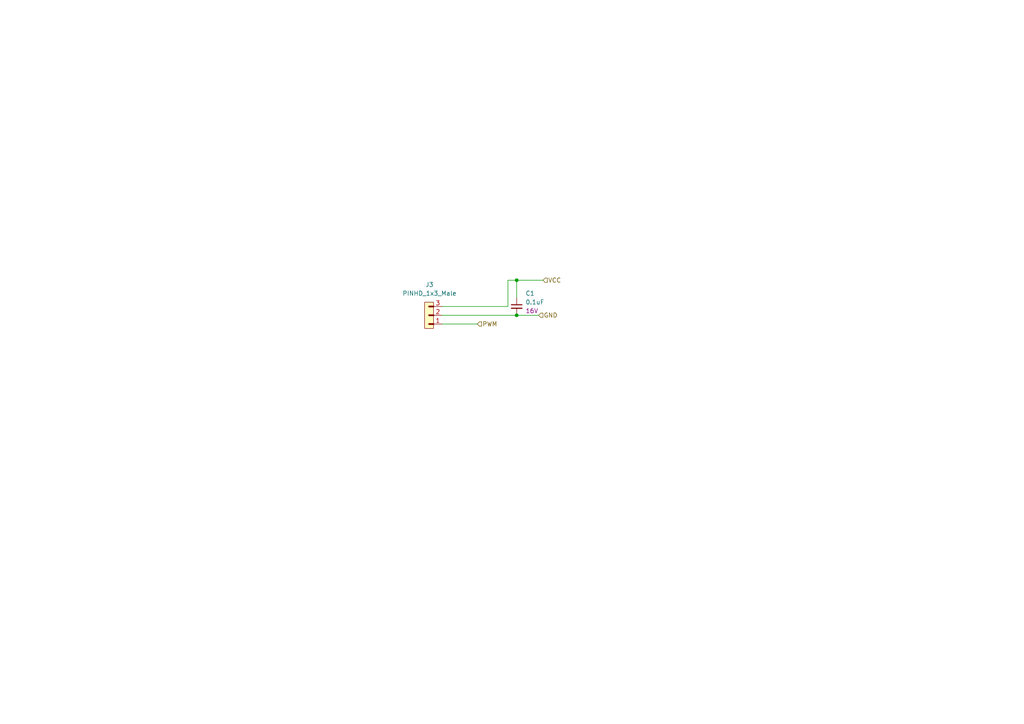
<source format=kicad_sch>
(kicad_sch (version 20250114) (generator "eeschema") (generator_version "9.0")
  (paper "A4")
  (lib_symbols
    (symbol "PCM_SL_Pin_Headers:PINHD_1x3_Male"
      (property "Reference" "J" (at 0 7.62 0))
      (property "Value" "PINHD_1x3_Male" (at 0 5.08 0))
      (symbol "PINHD_1x3_Male_0_1"
        (rectangle (start -1.27 3.81) (end 1.27 -3.81) (fill (type background)))
        (polyline (pts (xy -1.27 2.54) (xy 0 2.54)) (stroke (width 0.3)))
        (polyline (pts (xy -1.27 2.54) (xy 0 2.54)) (stroke (width 0.5)))
        (polyline (pts (xy -1.27 0) (xy 0 0)) (stroke (width 0.3)))
        (polyline (pts (xy -1.27 0) (xy 0 0)) (stroke (width 0.5)))
        (polyline (pts (xy -1.27 -2.54) (xy 0 -2.54)) (stroke (width 0.3)))
        (polyline (pts (xy -1.27 -2.54) (xy 0 -2.54)) (stroke (width 0.5)))
      )
      (symbol "PINHD_1x3_Male_1_1"
        (pin passive line (at -3.81 2.54 0) (length 2.54) (name "") (number "1"))
        (pin passive line (at -3.81 0 0) (length 2.54) (name "") (number "2"))
        (pin passive line (at -3.81 -2.54 0) (length 2.54) (name "") (number "3"))
      )
    )
    (symbol "PCM_SparkFun-Capacitor:0.1uF_0402_16V_10%" (pin_numbers (hide yes)) (pin_names (offset 0.254))
      (property "Reference" "C" (at 0.635 2.54 0))
      (property "Value" "0.1uF" (at 0.635 -2.54 0))
      (property "Voltage" "16V" (at 0 -6.35 0))
      (property "Tolerance" "10%" (at 0 -8.89 0))
      (symbol "0.1uF_0402_16V_10%_0_1"
        (polyline (pts (xy -1.524 0.508) (xy 1.524 0.508)) (stroke (width 0.3048)))
        (polyline (pts (xy -1.524 -0.508) (xy 1.524 -0.508)) (stroke (width 0.3302)))
      )
      (symbol "0.1uF_0402_16V_10%_1_1"
        (pin passive line (at 0 2.54 270) (length 2.032) (name "~") (number "1"))
        (pin passive line (at 0 -2.54 90) (length 2.032) (name "~") (number "2"))
      )
    )
  )
  (junction (at 149.86 91.44))
  (junction (at 149.86 81.28))
  (wire (pts (xy 147.32 88.9) (xy 128.27 88.9)))
  (wire (pts (xy 128.27 91.44) (xy 149.86 91.44)))
  (wire (pts (xy 149.86 86.36) (xy 149.86 81.28)))
  (wire (pts (xy 147.32 81.28) (xy 147.32 88.9)))
  (wire (pts (xy 128.27 93.98) (xy 138.43 93.98)))
  (wire (pts (xy 149.86 81.28) (xy 157.48 81.28)))
  (wire (pts (xy 149.86 91.44) (xy 156.21 91.44)))
  (wire (pts (xy 147.32 81.28) (xy 149.86 81.28)))
  (hierarchical_label "PWM" (shape input) (at 138.43 93.98 0))
  (hierarchical_label "VCC" (shape input) (at 157.48 81.28 0))
  (hierarchical_label "GND" (shape input) (at 156.21 91.44 0))
  (symbol (lib_id "PCM_SL_Pin_Headers:PINHD_1x3_Male") (at 124.46 91.44 180) (unit 1)
    (property "Reference" "J3" (at 124.585 82.55 0))
    (property "Value" "PINHD_1x3_Male" (at 124.585 85.09 0))
    (property "Footprint" "Connector_PinHeader_2.54mm:PinHeader_1x03_P2.54mm_Vertical" (effects (hide yes)))
    (property "Description" "Pin Header male with pin space 2.54mm. Pin Count -3" (effects (hide yes)))
  )
  (symbol (lib_id "PCM_SparkFun-Capacitor:0.1uF_0402_16V_10%") (at 149.86 88.9 0) (unit 1)
    (property "Reference" "C1" (at 152.4 85.0962 0) (effects (justify left)))
    (property "Value" "0.1uF" (at 152.4 87.6362 0) (effects (justify left)))
    (property "Footprint" "PCM_SparkFun-Capacitor:C_0402_1005Metric" (effects (hide yes)))
    (property "Datasheet" "https://cdn.sparkfun.com/assets/8/a/4/a/5/Kemet_Capacitor_Datasheet.pdf" (effects (hide yes)))
    (property "Description" "Unpolarized capacitor" (effects (hide yes)))
    (property "PROD_ID" "CAP-25565" (effects (hide yes)))
    (property "Voltage" "16V" (at 152.4 90.1762 0) (effects (justify left)))
    (property "Tolerance" "10%" (effects (hide yes)))
  )
)
</source>
